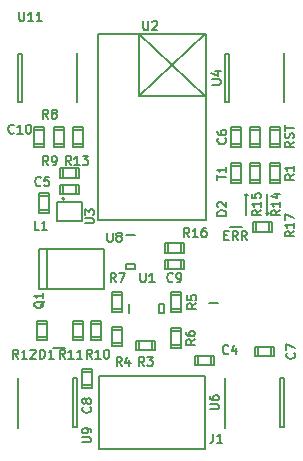
<source format=gto>
G04 #@! TF.FileFunction,Legend,Top*
%FSLAX46Y46*%
G04 Gerber Fmt 4.6, Leading zero omitted, Abs format (unit mm)*
G04 Created by KiCad (PCBNEW 4.0.2-stable) date Monday, July 11, 2016 'AMt' 09:48:24 AM*
%MOMM*%
G01*
G04 APERTURE LIST*
%ADD10C,0.100000*%
%ADD11C,0.190500*%
%ADD12C,0.200000*%
%ADD13C,0.127000*%
%ADD14C,0.150000*%
%ADD15C,0.203200*%
G04 APERTURE END LIST*
D10*
D11*
X94796429Y-67890571D02*
X95050429Y-67890571D01*
X95159286Y-68289714D02*
X94796429Y-68289714D01*
X94796429Y-67527714D01*
X95159286Y-67527714D01*
X95921286Y-68289714D02*
X95667286Y-67926857D01*
X95485858Y-68289714D02*
X95485858Y-67527714D01*
X95776143Y-67527714D01*
X95848715Y-67564000D01*
X95885000Y-67600286D01*
X95921286Y-67672857D01*
X95921286Y-67781714D01*
X95885000Y-67854286D01*
X95848715Y-67890571D01*
X95776143Y-67926857D01*
X95485858Y-67926857D01*
X96683286Y-68289714D02*
X96429286Y-67926857D01*
X96247858Y-68289714D02*
X96247858Y-67527714D01*
X96538143Y-67527714D01*
X96610715Y-67564000D01*
X96647000Y-67600286D01*
X96683286Y-67672857D01*
X96683286Y-67781714D01*
X96647000Y-67854286D01*
X96610715Y-67890571D01*
X96538143Y-67926857D01*
X96247858Y-67926857D01*
D12*
X98552000Y-66040000D02*
X98425000Y-66167000D01*
X98298000Y-66040000D02*
X98552000Y-66040000D01*
X98425000Y-66167000D02*
X98298000Y-66040000D01*
X98425000Y-64389000D02*
X98425000Y-66167000D01*
X96774000Y-64516000D02*
X96647000Y-64389000D01*
X96520000Y-64516000D02*
X96774000Y-64516000D01*
X96647000Y-64389000D02*
X96520000Y-64516000D01*
X96647000Y-66167000D02*
X96647000Y-64389000D01*
D11*
X100674714Y-59962143D02*
X100311857Y-60216143D01*
X100674714Y-60397571D02*
X99912714Y-60397571D01*
X99912714Y-60107286D01*
X99949000Y-60034714D01*
X99985286Y-59998429D01*
X100057857Y-59962143D01*
X100166714Y-59962143D01*
X100239286Y-59998429D01*
X100275571Y-60034714D01*
X100311857Y-60107286D01*
X100311857Y-60397571D01*
X100638429Y-59671857D02*
X100674714Y-59563000D01*
X100674714Y-59381571D01*
X100638429Y-59309000D01*
X100602143Y-59272714D01*
X100529571Y-59236429D01*
X100457000Y-59236429D01*
X100384429Y-59272714D01*
X100348143Y-59309000D01*
X100311857Y-59381571D01*
X100275571Y-59526714D01*
X100239286Y-59599286D01*
X100203000Y-59635571D01*
X100130429Y-59671857D01*
X100057857Y-59671857D01*
X99985286Y-59635571D01*
X99949000Y-59599286D01*
X99912714Y-59526714D01*
X99912714Y-59345286D01*
X99949000Y-59236429D01*
X99912714Y-59018715D02*
X99912714Y-58583286D01*
X100674714Y-58801000D02*
X99912714Y-58801000D01*
D13*
X93649800Y-78892400D02*
X93649800Y-78079600D01*
X92532200Y-78105000D02*
X92532200Y-78892400D01*
X92278200Y-78079600D02*
X93903800Y-78079600D01*
X93903800Y-78079600D02*
X93903800Y-78892400D01*
X93903800Y-78892400D02*
X92278200Y-78892400D01*
X92278200Y-78892400D02*
X92278200Y-78079600D01*
X82219800Y-64414400D02*
X82219800Y-63601600D01*
X81102200Y-63627000D02*
X81102200Y-64414400D01*
X80848200Y-63601600D02*
X82473800Y-63601600D01*
X82473800Y-63601600D02*
X82473800Y-64414400D01*
X82473800Y-64414400D02*
X80848200Y-64414400D01*
X80848200Y-64414400D02*
X80848200Y-63601600D01*
X96164400Y-59004200D02*
X95351600Y-59004200D01*
X95377000Y-60121800D02*
X96164400Y-60121800D01*
X95351600Y-60375800D02*
X95351600Y-58750200D01*
X95351600Y-58750200D02*
X96164400Y-58750200D01*
X96164400Y-58750200D02*
X96164400Y-60375800D01*
X96164400Y-60375800D02*
X95351600Y-60375800D01*
X98729800Y-78130400D02*
X98729800Y-77317600D01*
X97612200Y-77343000D02*
X97612200Y-78130400D01*
X97358200Y-77317600D02*
X98983800Y-77317600D01*
X98983800Y-77317600D02*
X98983800Y-78130400D01*
X98983800Y-78130400D02*
X97358200Y-78130400D01*
X97358200Y-78130400D02*
X97358200Y-77317600D01*
X82778600Y-80568800D02*
X83591400Y-80568800D01*
X83566000Y-79451200D02*
X82778600Y-79451200D01*
X83591400Y-79197200D02*
X83591400Y-80822800D01*
X83591400Y-80822800D02*
X82778600Y-80822800D01*
X82778600Y-80822800D02*
X82778600Y-79197200D01*
X82778600Y-79197200D02*
X83591400Y-79197200D01*
X89992200Y-69951600D02*
X89992200Y-70764400D01*
X91109800Y-70739000D02*
X91109800Y-69951600D01*
X91363800Y-70764400D02*
X89738200Y-70764400D01*
X89738200Y-70764400D02*
X89738200Y-69951600D01*
X89738200Y-69951600D02*
X91363800Y-69951600D01*
X91363800Y-69951600D02*
X91363800Y-70764400D01*
X79527400Y-59004200D02*
X78714600Y-59004200D01*
X78740000Y-60121800D02*
X79527400Y-60121800D01*
X78714600Y-60375800D02*
X78714600Y-58750200D01*
X78714600Y-58750200D02*
X79527400Y-58750200D01*
X79527400Y-58750200D02*
X79527400Y-60375800D01*
X79527400Y-60375800D02*
X78714600Y-60375800D01*
D14*
X80272000Y-77446000D02*
X81272000Y-77446000D01*
D15*
X84146000Y-85666000D02*
X84146000Y-85966000D01*
X93146000Y-85666000D02*
X93146000Y-85966000D01*
X93146000Y-79766000D02*
X84146000Y-79766000D01*
X84146000Y-79766000D02*
X84146000Y-85666000D01*
X84146000Y-85966000D02*
X93146000Y-85966000D01*
X93146000Y-85666000D02*
X93146000Y-79766000D01*
D14*
X94234000Y-73660000D02*
X93472000Y-73660000D01*
D13*
X79095600Y-65709800D02*
X79908400Y-65709800D01*
X79883000Y-64592200D02*
X79095600Y-64592200D01*
X79908400Y-64338200D02*
X79908400Y-65963800D01*
X79908400Y-65963800D02*
X79095600Y-65963800D01*
X79095600Y-65963800D02*
X79095600Y-64338200D01*
X79095600Y-64338200D02*
X79908400Y-64338200D01*
D15*
X79764000Y-69006000D02*
X79064000Y-69006000D01*
X79064000Y-69006000D02*
X79064000Y-72406000D01*
X79064000Y-72406000D02*
X79764000Y-72406000D01*
X79764000Y-69006000D02*
X84564000Y-69006000D01*
X84564000Y-69006000D02*
X84564000Y-72406000D01*
X84564000Y-72406000D02*
X79764000Y-72406000D01*
X79764000Y-72406000D02*
X79764000Y-69006000D01*
D13*
X98653600Y-63169800D02*
X99466400Y-63169800D01*
X99441000Y-62052200D02*
X98653600Y-62052200D01*
X99466400Y-61798200D02*
X99466400Y-63423800D01*
X99466400Y-63423800D02*
X98653600Y-63423800D01*
X98653600Y-63423800D02*
X98653600Y-61798200D01*
X98653600Y-61798200D02*
X99466400Y-61798200D01*
X98653600Y-60121800D02*
X99466400Y-60121800D01*
X99441000Y-59004200D02*
X98653600Y-59004200D01*
X99466400Y-58750200D02*
X99466400Y-60375800D01*
X99466400Y-60375800D02*
X98653600Y-60375800D01*
X98653600Y-60375800D02*
X98653600Y-58750200D01*
X98653600Y-58750200D02*
X99466400Y-58750200D01*
X87579200Y-76809600D02*
X87579200Y-77622400D01*
X88696800Y-77597000D02*
X88696800Y-76809600D01*
X88950800Y-77622400D02*
X87325200Y-77622400D01*
X87325200Y-77622400D02*
X87325200Y-76809600D01*
X87325200Y-76809600D02*
X88950800Y-76809600D01*
X88950800Y-76809600D02*
X88950800Y-77622400D01*
X85318600Y-77012800D02*
X86131400Y-77012800D01*
X86106000Y-75895200D02*
X85318600Y-75895200D01*
X86131400Y-75641200D02*
X86131400Y-77266800D01*
X86131400Y-77266800D02*
X85318600Y-77266800D01*
X85318600Y-77266800D02*
X85318600Y-75641200D01*
X85318600Y-75641200D02*
X86131400Y-75641200D01*
X90271600Y-74091800D02*
X91084400Y-74091800D01*
X91059000Y-72974200D02*
X90271600Y-72974200D01*
X91084400Y-72720200D02*
X91084400Y-74345800D01*
X91084400Y-74345800D02*
X90271600Y-74345800D01*
X90271600Y-74345800D02*
X90271600Y-72720200D01*
X90271600Y-72720200D02*
X91084400Y-72720200D01*
X90271600Y-77139800D02*
X91084400Y-77139800D01*
X91059000Y-76022200D02*
X90271600Y-76022200D01*
X91084400Y-75768200D02*
X91084400Y-77393800D01*
X91084400Y-77393800D02*
X90271600Y-77393800D01*
X90271600Y-77393800D02*
X90271600Y-75768200D01*
X90271600Y-75768200D02*
X91084400Y-75768200D01*
X85318600Y-74091800D02*
X86131400Y-74091800D01*
X86106000Y-72974200D02*
X85318600Y-72974200D01*
X86131400Y-72720200D02*
X86131400Y-74345800D01*
X86131400Y-74345800D02*
X85318600Y-74345800D01*
X85318600Y-74345800D02*
X85318600Y-72720200D01*
X85318600Y-72720200D02*
X86131400Y-72720200D01*
X80365600Y-60121800D02*
X81178400Y-60121800D01*
X81153000Y-59004200D02*
X80365600Y-59004200D01*
X81178400Y-58750200D02*
X81178400Y-60375800D01*
X81178400Y-60375800D02*
X80365600Y-60375800D01*
X80365600Y-60375800D02*
X80365600Y-58750200D01*
X80365600Y-58750200D02*
X81178400Y-58750200D01*
X82219800Y-63017400D02*
X82219800Y-62204600D01*
X81102200Y-62230000D02*
X81102200Y-63017400D01*
X80848200Y-62204600D02*
X82473800Y-62204600D01*
X82473800Y-62204600D02*
X82473800Y-63017400D01*
X82473800Y-63017400D02*
X80848200Y-63017400D01*
X80848200Y-63017400D02*
X80848200Y-62204600D01*
X84353400Y-75387200D02*
X83540600Y-75387200D01*
X83566000Y-76504800D02*
X84353400Y-76504800D01*
X83540600Y-76758800D02*
X83540600Y-75133200D01*
X83540600Y-75133200D02*
X84353400Y-75133200D01*
X84353400Y-75133200D02*
X84353400Y-76758800D01*
X84353400Y-76758800D02*
X83540600Y-76758800D01*
X82016600Y-76504800D02*
X82829400Y-76504800D01*
X82804000Y-75387200D02*
X82016600Y-75387200D01*
X82829400Y-75133200D02*
X82829400Y-76758800D01*
X82829400Y-76758800D02*
X82016600Y-76758800D01*
X82016600Y-76758800D02*
X82016600Y-75133200D01*
X82016600Y-75133200D02*
X82829400Y-75133200D01*
X78968600Y-76504800D02*
X79781400Y-76504800D01*
X79756000Y-75387200D02*
X78968600Y-75387200D01*
X79781400Y-75133200D02*
X79781400Y-76758800D01*
X79781400Y-76758800D02*
X78968600Y-76758800D01*
X78968600Y-76758800D02*
X78968600Y-75133200D01*
X78968600Y-75133200D02*
X79781400Y-75133200D01*
X82016600Y-60121800D02*
X82829400Y-60121800D01*
X82804000Y-59004200D02*
X82016600Y-59004200D01*
X82829400Y-58750200D02*
X82829400Y-60375800D01*
X82829400Y-60375800D02*
X82016600Y-60375800D01*
X82016600Y-60375800D02*
X82016600Y-58750200D01*
X82016600Y-58750200D02*
X82829400Y-58750200D01*
X97002600Y-63169800D02*
X97815400Y-63169800D01*
X97790000Y-62052200D02*
X97002600Y-62052200D01*
X97815400Y-61798200D02*
X97815400Y-63423800D01*
X97815400Y-63423800D02*
X97002600Y-63423800D01*
X97002600Y-63423800D02*
X97002600Y-61798200D01*
X97002600Y-61798200D02*
X97815400Y-61798200D01*
X97815400Y-59004200D02*
X97002600Y-59004200D01*
X97028000Y-60121800D02*
X97815400Y-60121800D01*
X97002600Y-60375800D02*
X97002600Y-58750200D01*
X97002600Y-58750200D02*
X97815400Y-58750200D01*
X97815400Y-58750200D02*
X97815400Y-60375800D01*
X97815400Y-60375800D02*
X97002600Y-60375800D01*
X91109800Y-69367400D02*
X91109800Y-68554600D01*
X89992200Y-68580000D02*
X89992200Y-69367400D01*
X89738200Y-68554600D02*
X91363800Y-68554600D01*
X91363800Y-68554600D02*
X91363800Y-69367400D01*
X91363800Y-69367400D02*
X89738200Y-69367400D01*
X89738200Y-69367400D02*
X89738200Y-68554600D01*
X96164400Y-62052200D02*
X95351600Y-62052200D01*
X95377000Y-63169800D02*
X96164400Y-63169800D01*
X95351600Y-63423800D02*
X95351600Y-61798200D01*
X95351600Y-61798200D02*
X96164400Y-61798200D01*
X96164400Y-61798200D02*
X96164400Y-63423800D01*
X96164400Y-63423800D02*
X95351600Y-63423800D01*
D14*
X86754000Y-74471000D02*
X86754000Y-73671000D01*
X89654000Y-73671000D02*
X89654000Y-74471000D01*
X89654000Y-74471000D02*
X89254000Y-74471000D01*
X89254000Y-74471000D02*
X89254000Y-73671000D01*
X89254000Y-73671000D02*
X89654000Y-73671000D01*
X81253000Y-64805000D02*
G75*
G03X81253000Y-64805000I-100000J0D01*
G01*
X80653000Y-65105000D02*
X82753000Y-65105000D01*
X82753000Y-65105000D02*
X82753000Y-66705000D01*
X82753000Y-66705000D02*
X80653000Y-66705000D01*
X80653000Y-66705000D02*
X80653000Y-65105000D01*
X86438000Y-67831000D02*
X87238000Y-67831000D01*
X87238000Y-70731000D02*
X86438000Y-70731000D01*
X86438000Y-70731000D02*
X86438000Y-70331000D01*
X86438000Y-70331000D02*
X87238000Y-70331000D01*
X87238000Y-70331000D02*
X87238000Y-70731000D01*
X87563000Y-56062000D02*
X93163000Y-50862000D01*
X87563000Y-50862000D02*
X93163000Y-56062000D01*
X87563000Y-50862000D02*
X87563000Y-56062000D01*
X87563000Y-56062000D02*
X93163000Y-56062000D01*
X84063000Y-50862000D02*
X84063000Y-66612000D01*
X84063000Y-66612000D02*
X93213000Y-66612000D01*
X93213000Y-66612000D02*
X93213000Y-50862000D01*
X93213000Y-50862000D02*
X84063000Y-50862000D01*
X94858000Y-56642000D02*
X95158000Y-56642000D01*
X95158000Y-56642000D02*
X95158000Y-52542000D01*
X95158000Y-52542000D02*
X94858000Y-52542000D01*
X99858000Y-56642000D02*
X99858000Y-52442000D01*
X94858000Y-56642000D02*
X94858000Y-52542000D01*
X99833000Y-80010000D02*
X99533000Y-80010000D01*
X99533000Y-80010000D02*
X99533000Y-84110000D01*
X99533000Y-84110000D02*
X99833000Y-84110000D01*
X94833000Y-80010000D02*
X94833000Y-84210000D01*
X99833000Y-80010000D02*
X99833000Y-84110000D01*
X82307000Y-80010000D02*
X82007000Y-80010000D01*
X82007000Y-80010000D02*
X82007000Y-84110000D01*
X82007000Y-84110000D02*
X82307000Y-84110000D01*
X77307000Y-80010000D02*
X77307000Y-84210000D01*
X82307000Y-80010000D02*
X82307000Y-84110000D01*
X77332000Y-56642000D02*
X77632000Y-56642000D01*
X77632000Y-56642000D02*
X77632000Y-52542000D01*
X77632000Y-52542000D02*
X77332000Y-52542000D01*
X82332000Y-56642000D02*
X82332000Y-52442000D01*
X77332000Y-56642000D02*
X77332000Y-52542000D01*
X95258000Y-67159000D02*
X96258000Y-67159000D01*
D13*
X97485200Y-66776600D02*
X97485200Y-67589400D01*
X98602800Y-67564000D02*
X98602800Y-66776600D01*
X98856800Y-67589400D02*
X97231200Y-67589400D01*
X97231200Y-67589400D02*
X97231200Y-66776600D01*
X97231200Y-66776600D02*
X98856800Y-66776600D01*
X98856800Y-66776600D02*
X98856800Y-67589400D01*
D11*
X95123000Y-77869143D02*
X95086714Y-77905429D01*
X94977857Y-77941714D01*
X94905286Y-77941714D01*
X94796429Y-77905429D01*
X94723857Y-77832857D01*
X94687572Y-77760286D01*
X94651286Y-77615143D01*
X94651286Y-77506286D01*
X94687572Y-77361143D01*
X94723857Y-77288571D01*
X94796429Y-77216000D01*
X94905286Y-77179714D01*
X94977857Y-77179714D01*
X95086714Y-77216000D01*
X95123000Y-77252286D01*
X95776143Y-77433714D02*
X95776143Y-77941714D01*
X95594714Y-77143429D02*
X95413286Y-77687714D01*
X95885000Y-77687714D01*
X79248000Y-63645143D02*
X79211714Y-63681429D01*
X79102857Y-63717714D01*
X79030286Y-63717714D01*
X78921429Y-63681429D01*
X78848857Y-63608857D01*
X78812572Y-63536286D01*
X78776286Y-63391143D01*
X78776286Y-63282286D01*
X78812572Y-63137143D01*
X78848857Y-63064571D01*
X78921429Y-62992000D01*
X79030286Y-62955714D01*
X79102857Y-62955714D01*
X79211714Y-62992000D01*
X79248000Y-63028286D01*
X79937429Y-62955714D02*
X79574572Y-62955714D01*
X79538286Y-63318571D01*
X79574572Y-63282286D01*
X79647143Y-63246000D01*
X79828572Y-63246000D01*
X79901143Y-63282286D01*
X79937429Y-63318571D01*
X79973714Y-63391143D01*
X79973714Y-63572571D01*
X79937429Y-63645143D01*
X79901143Y-63681429D01*
X79828572Y-63717714D01*
X79647143Y-63717714D01*
X79574572Y-63681429D01*
X79538286Y-63645143D01*
X94887143Y-59690000D02*
X94923429Y-59726286D01*
X94959714Y-59835143D01*
X94959714Y-59907714D01*
X94923429Y-60016571D01*
X94850857Y-60089143D01*
X94778286Y-60125428D01*
X94633143Y-60161714D01*
X94524286Y-60161714D01*
X94379143Y-60125428D01*
X94306571Y-60089143D01*
X94234000Y-60016571D01*
X94197714Y-59907714D01*
X94197714Y-59835143D01*
X94234000Y-59726286D01*
X94270286Y-59690000D01*
X94197714Y-59036857D02*
X94197714Y-59182000D01*
X94234000Y-59254571D01*
X94270286Y-59290857D01*
X94379143Y-59363428D01*
X94524286Y-59399714D01*
X94814571Y-59399714D01*
X94887143Y-59363428D01*
X94923429Y-59327143D01*
X94959714Y-59254571D01*
X94959714Y-59109428D01*
X94923429Y-59036857D01*
X94887143Y-59000571D01*
X94814571Y-58964286D01*
X94633143Y-58964286D01*
X94560571Y-59000571D01*
X94524286Y-59036857D01*
X94488000Y-59109428D01*
X94488000Y-59254571D01*
X94524286Y-59327143D01*
X94560571Y-59363428D01*
X94633143Y-59399714D01*
X100729143Y-77851000D02*
X100765429Y-77887286D01*
X100801714Y-77996143D01*
X100801714Y-78068714D01*
X100765429Y-78177571D01*
X100692857Y-78250143D01*
X100620286Y-78286428D01*
X100475143Y-78322714D01*
X100366286Y-78322714D01*
X100221143Y-78286428D01*
X100148571Y-78250143D01*
X100076000Y-78177571D01*
X100039714Y-78068714D01*
X100039714Y-77996143D01*
X100076000Y-77887286D01*
X100112286Y-77851000D01*
X100039714Y-77597000D02*
X100039714Y-77089000D01*
X100801714Y-77415571D01*
X83457143Y-82423000D02*
X83493429Y-82459286D01*
X83529714Y-82568143D01*
X83529714Y-82640714D01*
X83493429Y-82749571D01*
X83420857Y-82822143D01*
X83348286Y-82858428D01*
X83203143Y-82894714D01*
X83094286Y-82894714D01*
X82949143Y-82858428D01*
X82876571Y-82822143D01*
X82804000Y-82749571D01*
X82767714Y-82640714D01*
X82767714Y-82568143D01*
X82804000Y-82459286D01*
X82840286Y-82423000D01*
X83094286Y-81987571D02*
X83058000Y-82060143D01*
X83021714Y-82096428D01*
X82949143Y-82132714D01*
X82912857Y-82132714D01*
X82840286Y-82096428D01*
X82804000Y-82060143D01*
X82767714Y-81987571D01*
X82767714Y-81842428D01*
X82804000Y-81769857D01*
X82840286Y-81733571D01*
X82912857Y-81697286D01*
X82949143Y-81697286D01*
X83021714Y-81733571D01*
X83058000Y-81769857D01*
X83094286Y-81842428D01*
X83094286Y-81987571D01*
X83130571Y-82060143D01*
X83166857Y-82096428D01*
X83239429Y-82132714D01*
X83384571Y-82132714D01*
X83457143Y-82096428D01*
X83493429Y-82060143D01*
X83529714Y-81987571D01*
X83529714Y-81842428D01*
X83493429Y-81769857D01*
X83457143Y-81733571D01*
X83384571Y-81697286D01*
X83239429Y-81697286D01*
X83166857Y-81733571D01*
X83130571Y-81769857D01*
X83094286Y-81842428D01*
X90424000Y-71773143D02*
X90387714Y-71809429D01*
X90278857Y-71845714D01*
X90206286Y-71845714D01*
X90097429Y-71809429D01*
X90024857Y-71736857D01*
X89988572Y-71664286D01*
X89952286Y-71519143D01*
X89952286Y-71410286D01*
X89988572Y-71265143D01*
X90024857Y-71192571D01*
X90097429Y-71120000D01*
X90206286Y-71083714D01*
X90278857Y-71083714D01*
X90387714Y-71120000D01*
X90424000Y-71156286D01*
X90786857Y-71845714D02*
X90932000Y-71845714D01*
X91004572Y-71809429D01*
X91040857Y-71773143D01*
X91113429Y-71664286D01*
X91149714Y-71519143D01*
X91149714Y-71228857D01*
X91113429Y-71156286D01*
X91077143Y-71120000D01*
X91004572Y-71083714D01*
X90859429Y-71083714D01*
X90786857Y-71120000D01*
X90750572Y-71156286D01*
X90714286Y-71228857D01*
X90714286Y-71410286D01*
X90750572Y-71482857D01*
X90786857Y-71519143D01*
X90859429Y-71555429D01*
X91004572Y-71555429D01*
X91077143Y-71519143D01*
X91113429Y-71482857D01*
X91149714Y-71410286D01*
X76980143Y-59200143D02*
X76943857Y-59236429D01*
X76835000Y-59272714D01*
X76762429Y-59272714D01*
X76653572Y-59236429D01*
X76581000Y-59163857D01*
X76544715Y-59091286D01*
X76508429Y-58946143D01*
X76508429Y-58837286D01*
X76544715Y-58692143D01*
X76581000Y-58619571D01*
X76653572Y-58547000D01*
X76762429Y-58510714D01*
X76835000Y-58510714D01*
X76943857Y-58547000D01*
X76980143Y-58583286D01*
X77705857Y-59272714D02*
X77270429Y-59272714D01*
X77488143Y-59272714D02*
X77488143Y-58510714D01*
X77415572Y-58619571D01*
X77343000Y-58692143D01*
X77270429Y-58728429D01*
X78177571Y-58510714D02*
X78250143Y-58510714D01*
X78322714Y-58547000D01*
X78359000Y-58583286D01*
X78395286Y-58655857D01*
X78431571Y-58801000D01*
X78431571Y-58982429D01*
X78395286Y-59127571D01*
X78359000Y-59200143D01*
X78322714Y-59236429D01*
X78250143Y-59272714D01*
X78177571Y-59272714D01*
X78105000Y-59236429D01*
X78068714Y-59200143D01*
X78032429Y-59127571D01*
X77996143Y-58982429D01*
X77996143Y-58801000D01*
X78032429Y-58655857D01*
X78068714Y-58583286D01*
X78105000Y-58547000D01*
X78177571Y-58510714D01*
X79193572Y-78322714D02*
X79193572Y-77560714D01*
X79375000Y-77560714D01*
X79483857Y-77597000D01*
X79556429Y-77669571D01*
X79592714Y-77742143D01*
X79629000Y-77887286D01*
X79629000Y-77996143D01*
X79592714Y-78141286D01*
X79556429Y-78213857D01*
X79483857Y-78286429D01*
X79375000Y-78322714D01*
X79193572Y-78322714D01*
X80354714Y-78322714D02*
X79919286Y-78322714D01*
X80137000Y-78322714D02*
X80137000Y-77560714D01*
X80064429Y-77669571D01*
X79991857Y-77742143D01*
X79919286Y-77778429D01*
X93853001Y-84672714D02*
X93853001Y-85217000D01*
X93816715Y-85325857D01*
X93744144Y-85398429D01*
X93635287Y-85434714D01*
X93562715Y-85434714D01*
X94615000Y-85434714D02*
X94179572Y-85434714D01*
X94397286Y-85434714D02*
X94397286Y-84672714D01*
X94324715Y-84781571D01*
X94252143Y-84854143D01*
X94179572Y-84890429D01*
X79121001Y-67400714D02*
X78758144Y-67400714D01*
X78758144Y-66638714D01*
X79774143Y-67400714D02*
X79338715Y-67400714D01*
X79556429Y-67400714D02*
X79556429Y-66638714D01*
X79483858Y-66747571D01*
X79411286Y-66820143D01*
X79338715Y-66856429D01*
X79538286Y-73478571D02*
X79502000Y-73551143D01*
X79429429Y-73623714D01*
X79320571Y-73732571D01*
X79284286Y-73805143D01*
X79284286Y-73877714D01*
X79465714Y-73841429D02*
X79429429Y-73914000D01*
X79356857Y-73986571D01*
X79211714Y-74022857D01*
X78957714Y-74022857D01*
X78812571Y-73986571D01*
X78740000Y-73914000D01*
X78703714Y-73841429D01*
X78703714Y-73696286D01*
X78740000Y-73623714D01*
X78812571Y-73551143D01*
X78957714Y-73514857D01*
X79211714Y-73514857D01*
X79356857Y-73551143D01*
X79429429Y-73623714D01*
X79465714Y-73696286D01*
X79465714Y-73841429D01*
X79465714Y-72789143D02*
X79465714Y-73224571D01*
X79465714Y-73006857D02*
X78703714Y-73006857D01*
X78812571Y-73079428D01*
X78885143Y-73152000D01*
X78921429Y-73224571D01*
X100674714Y-62738000D02*
X100311857Y-62992000D01*
X100674714Y-63173428D02*
X99912714Y-63173428D01*
X99912714Y-62883143D01*
X99949000Y-62810571D01*
X99985286Y-62774286D01*
X100057857Y-62738000D01*
X100166714Y-62738000D01*
X100239286Y-62774286D01*
X100275571Y-62810571D01*
X100311857Y-62883143D01*
X100311857Y-63173428D01*
X100674714Y-62012286D02*
X100674714Y-62447714D01*
X100674714Y-62230000D02*
X99912714Y-62230000D01*
X100021571Y-62302571D01*
X100094143Y-62375143D01*
X100130429Y-62447714D01*
X88011000Y-78957714D02*
X87757000Y-78594857D01*
X87575572Y-78957714D02*
X87575572Y-78195714D01*
X87865857Y-78195714D01*
X87938429Y-78232000D01*
X87974714Y-78268286D01*
X88011000Y-78340857D01*
X88011000Y-78449714D01*
X87974714Y-78522286D01*
X87938429Y-78558571D01*
X87865857Y-78594857D01*
X87575572Y-78594857D01*
X88265000Y-78195714D02*
X88736714Y-78195714D01*
X88482714Y-78486000D01*
X88591572Y-78486000D01*
X88664143Y-78522286D01*
X88700429Y-78558571D01*
X88736714Y-78631143D01*
X88736714Y-78812571D01*
X88700429Y-78885143D01*
X88664143Y-78921429D01*
X88591572Y-78957714D01*
X88373857Y-78957714D01*
X88301286Y-78921429D01*
X88265000Y-78885143D01*
X86106000Y-78957714D02*
X85852000Y-78594857D01*
X85670572Y-78957714D02*
X85670572Y-78195714D01*
X85960857Y-78195714D01*
X86033429Y-78232000D01*
X86069714Y-78268286D01*
X86106000Y-78340857D01*
X86106000Y-78449714D01*
X86069714Y-78522286D01*
X86033429Y-78558571D01*
X85960857Y-78594857D01*
X85670572Y-78594857D01*
X86759143Y-78449714D02*
X86759143Y-78957714D01*
X86577714Y-78159429D02*
X86396286Y-78703714D01*
X86868000Y-78703714D01*
X92419714Y-73660000D02*
X92056857Y-73914000D01*
X92419714Y-74095428D02*
X91657714Y-74095428D01*
X91657714Y-73805143D01*
X91694000Y-73732571D01*
X91730286Y-73696286D01*
X91802857Y-73660000D01*
X91911714Y-73660000D01*
X91984286Y-73696286D01*
X92020571Y-73732571D01*
X92056857Y-73805143D01*
X92056857Y-74095428D01*
X91657714Y-72970571D02*
X91657714Y-73333428D01*
X92020571Y-73369714D01*
X91984286Y-73333428D01*
X91948000Y-73260857D01*
X91948000Y-73079428D01*
X91984286Y-73006857D01*
X92020571Y-72970571D01*
X92093143Y-72934286D01*
X92274571Y-72934286D01*
X92347143Y-72970571D01*
X92383429Y-73006857D01*
X92419714Y-73079428D01*
X92419714Y-73260857D01*
X92383429Y-73333428D01*
X92347143Y-73369714D01*
X92292714Y-76708000D02*
X91929857Y-76962000D01*
X92292714Y-77143428D02*
X91530714Y-77143428D01*
X91530714Y-76853143D01*
X91567000Y-76780571D01*
X91603286Y-76744286D01*
X91675857Y-76708000D01*
X91784714Y-76708000D01*
X91857286Y-76744286D01*
X91893571Y-76780571D01*
X91929857Y-76853143D01*
X91929857Y-77143428D01*
X91530714Y-76054857D02*
X91530714Y-76200000D01*
X91567000Y-76272571D01*
X91603286Y-76308857D01*
X91712143Y-76381428D01*
X91857286Y-76417714D01*
X92147571Y-76417714D01*
X92220143Y-76381428D01*
X92256429Y-76345143D01*
X92292714Y-76272571D01*
X92292714Y-76127428D01*
X92256429Y-76054857D01*
X92220143Y-76018571D01*
X92147571Y-75982286D01*
X91966143Y-75982286D01*
X91893571Y-76018571D01*
X91857286Y-76054857D01*
X91821000Y-76127428D01*
X91821000Y-76272571D01*
X91857286Y-76345143D01*
X91893571Y-76381428D01*
X91966143Y-76417714D01*
X85598000Y-71845714D02*
X85344000Y-71482857D01*
X85162572Y-71845714D02*
X85162572Y-71083714D01*
X85452857Y-71083714D01*
X85525429Y-71120000D01*
X85561714Y-71156286D01*
X85598000Y-71228857D01*
X85598000Y-71337714D01*
X85561714Y-71410286D01*
X85525429Y-71446571D01*
X85452857Y-71482857D01*
X85162572Y-71482857D01*
X85852000Y-71083714D02*
X86360000Y-71083714D01*
X86033429Y-71845714D01*
X79883000Y-58002714D02*
X79629000Y-57639857D01*
X79447572Y-58002714D02*
X79447572Y-57240714D01*
X79737857Y-57240714D01*
X79810429Y-57277000D01*
X79846714Y-57313286D01*
X79883000Y-57385857D01*
X79883000Y-57494714D01*
X79846714Y-57567286D01*
X79810429Y-57603571D01*
X79737857Y-57639857D01*
X79447572Y-57639857D01*
X80318429Y-57567286D02*
X80245857Y-57531000D01*
X80209572Y-57494714D01*
X80173286Y-57422143D01*
X80173286Y-57385857D01*
X80209572Y-57313286D01*
X80245857Y-57277000D01*
X80318429Y-57240714D01*
X80463572Y-57240714D01*
X80536143Y-57277000D01*
X80572429Y-57313286D01*
X80608714Y-57385857D01*
X80608714Y-57422143D01*
X80572429Y-57494714D01*
X80536143Y-57531000D01*
X80463572Y-57567286D01*
X80318429Y-57567286D01*
X80245857Y-57603571D01*
X80209572Y-57639857D01*
X80173286Y-57712429D01*
X80173286Y-57857571D01*
X80209572Y-57930143D01*
X80245857Y-57966429D01*
X80318429Y-58002714D01*
X80463572Y-58002714D01*
X80536143Y-57966429D01*
X80572429Y-57930143D01*
X80608714Y-57857571D01*
X80608714Y-57712429D01*
X80572429Y-57639857D01*
X80536143Y-57603571D01*
X80463572Y-57567286D01*
X79883000Y-61939714D02*
X79629000Y-61576857D01*
X79447572Y-61939714D02*
X79447572Y-61177714D01*
X79737857Y-61177714D01*
X79810429Y-61214000D01*
X79846714Y-61250286D01*
X79883000Y-61322857D01*
X79883000Y-61431714D01*
X79846714Y-61504286D01*
X79810429Y-61540571D01*
X79737857Y-61576857D01*
X79447572Y-61576857D01*
X80245857Y-61939714D02*
X80391000Y-61939714D01*
X80463572Y-61903429D01*
X80499857Y-61867143D01*
X80572429Y-61758286D01*
X80608714Y-61613143D01*
X80608714Y-61322857D01*
X80572429Y-61250286D01*
X80536143Y-61214000D01*
X80463572Y-61177714D01*
X80318429Y-61177714D01*
X80245857Y-61214000D01*
X80209572Y-61250286D01*
X80173286Y-61322857D01*
X80173286Y-61504286D01*
X80209572Y-61576857D01*
X80245857Y-61613143D01*
X80318429Y-61649429D01*
X80463572Y-61649429D01*
X80536143Y-61613143D01*
X80572429Y-61576857D01*
X80608714Y-61504286D01*
X83584143Y-78322714D02*
X83330143Y-77959857D01*
X83148715Y-78322714D02*
X83148715Y-77560714D01*
X83439000Y-77560714D01*
X83511572Y-77597000D01*
X83547857Y-77633286D01*
X83584143Y-77705857D01*
X83584143Y-77814714D01*
X83547857Y-77887286D01*
X83511572Y-77923571D01*
X83439000Y-77959857D01*
X83148715Y-77959857D01*
X84309857Y-78322714D02*
X83874429Y-78322714D01*
X84092143Y-78322714D02*
X84092143Y-77560714D01*
X84019572Y-77669571D01*
X83947000Y-77742143D01*
X83874429Y-77778429D01*
X84781571Y-77560714D02*
X84854143Y-77560714D01*
X84926714Y-77597000D01*
X84963000Y-77633286D01*
X84999286Y-77705857D01*
X85035571Y-77851000D01*
X85035571Y-78032429D01*
X84999286Y-78177571D01*
X84963000Y-78250143D01*
X84926714Y-78286429D01*
X84854143Y-78322714D01*
X84781571Y-78322714D01*
X84709000Y-78286429D01*
X84672714Y-78250143D01*
X84636429Y-78177571D01*
X84600143Y-78032429D01*
X84600143Y-77851000D01*
X84636429Y-77705857D01*
X84672714Y-77633286D01*
X84709000Y-77597000D01*
X84781571Y-77560714D01*
X81298143Y-78322714D02*
X81044143Y-77959857D01*
X80862715Y-78322714D02*
X80862715Y-77560714D01*
X81153000Y-77560714D01*
X81225572Y-77597000D01*
X81261857Y-77633286D01*
X81298143Y-77705857D01*
X81298143Y-77814714D01*
X81261857Y-77887286D01*
X81225572Y-77923571D01*
X81153000Y-77959857D01*
X80862715Y-77959857D01*
X82023857Y-78322714D02*
X81588429Y-78322714D01*
X81806143Y-78322714D02*
X81806143Y-77560714D01*
X81733572Y-77669571D01*
X81661000Y-77742143D01*
X81588429Y-77778429D01*
X82749571Y-78322714D02*
X82314143Y-78322714D01*
X82531857Y-78322714D02*
X82531857Y-77560714D01*
X82459286Y-77669571D01*
X82386714Y-77742143D01*
X82314143Y-77778429D01*
X77361143Y-78322714D02*
X77107143Y-77959857D01*
X76925715Y-78322714D02*
X76925715Y-77560714D01*
X77216000Y-77560714D01*
X77288572Y-77597000D01*
X77324857Y-77633286D01*
X77361143Y-77705857D01*
X77361143Y-77814714D01*
X77324857Y-77887286D01*
X77288572Y-77923571D01*
X77216000Y-77959857D01*
X76925715Y-77959857D01*
X78086857Y-78322714D02*
X77651429Y-78322714D01*
X77869143Y-78322714D02*
X77869143Y-77560714D01*
X77796572Y-77669571D01*
X77724000Y-77742143D01*
X77651429Y-77778429D01*
X78377143Y-77633286D02*
X78413429Y-77597000D01*
X78486000Y-77560714D01*
X78667429Y-77560714D01*
X78740000Y-77597000D01*
X78776286Y-77633286D01*
X78812571Y-77705857D01*
X78812571Y-77778429D01*
X78776286Y-77887286D01*
X78340857Y-78322714D01*
X78812571Y-78322714D01*
X81806143Y-61939714D02*
X81552143Y-61576857D01*
X81370715Y-61939714D02*
X81370715Y-61177714D01*
X81661000Y-61177714D01*
X81733572Y-61214000D01*
X81769857Y-61250286D01*
X81806143Y-61322857D01*
X81806143Y-61431714D01*
X81769857Y-61504286D01*
X81733572Y-61540571D01*
X81661000Y-61576857D01*
X81370715Y-61576857D01*
X82531857Y-61939714D02*
X82096429Y-61939714D01*
X82314143Y-61939714D02*
X82314143Y-61177714D01*
X82241572Y-61286571D01*
X82169000Y-61359143D01*
X82096429Y-61395429D01*
X82785857Y-61177714D02*
X83257571Y-61177714D01*
X83003571Y-61468000D01*
X83112429Y-61468000D01*
X83185000Y-61504286D01*
X83221286Y-61540571D01*
X83257571Y-61613143D01*
X83257571Y-61794571D01*
X83221286Y-61867143D01*
X83185000Y-61903429D01*
X83112429Y-61939714D01*
X82894714Y-61939714D01*
X82822143Y-61903429D01*
X82785857Y-61867143D01*
X99531714Y-65767857D02*
X99168857Y-66021857D01*
X99531714Y-66203285D02*
X98769714Y-66203285D01*
X98769714Y-65913000D01*
X98806000Y-65840428D01*
X98842286Y-65804143D01*
X98914857Y-65767857D01*
X99023714Y-65767857D01*
X99096286Y-65804143D01*
X99132571Y-65840428D01*
X99168857Y-65913000D01*
X99168857Y-66203285D01*
X99531714Y-65042143D02*
X99531714Y-65477571D01*
X99531714Y-65259857D02*
X98769714Y-65259857D01*
X98878571Y-65332428D01*
X98951143Y-65405000D01*
X98987429Y-65477571D01*
X99023714Y-64389000D02*
X99531714Y-64389000D01*
X98733429Y-64570429D02*
X99277714Y-64751857D01*
X99277714Y-64280143D01*
X97880714Y-65767857D02*
X97517857Y-66021857D01*
X97880714Y-66203285D02*
X97118714Y-66203285D01*
X97118714Y-65913000D01*
X97155000Y-65840428D01*
X97191286Y-65804143D01*
X97263857Y-65767857D01*
X97372714Y-65767857D01*
X97445286Y-65804143D01*
X97481571Y-65840428D01*
X97517857Y-65913000D01*
X97517857Y-66203285D01*
X97880714Y-65042143D02*
X97880714Y-65477571D01*
X97880714Y-65259857D02*
X97118714Y-65259857D01*
X97227571Y-65332428D01*
X97300143Y-65405000D01*
X97336429Y-65477571D01*
X97118714Y-64352714D02*
X97118714Y-64715571D01*
X97481571Y-64751857D01*
X97445286Y-64715571D01*
X97409000Y-64643000D01*
X97409000Y-64461571D01*
X97445286Y-64389000D01*
X97481571Y-64352714D01*
X97554143Y-64316429D01*
X97735571Y-64316429D01*
X97808143Y-64352714D01*
X97844429Y-64389000D01*
X97880714Y-64461571D01*
X97880714Y-64643000D01*
X97844429Y-64715571D01*
X97808143Y-64751857D01*
X91839143Y-68035714D02*
X91585143Y-67672857D01*
X91403715Y-68035714D02*
X91403715Y-67273714D01*
X91694000Y-67273714D01*
X91766572Y-67310000D01*
X91802857Y-67346286D01*
X91839143Y-67418857D01*
X91839143Y-67527714D01*
X91802857Y-67600286D01*
X91766572Y-67636571D01*
X91694000Y-67672857D01*
X91403715Y-67672857D01*
X92564857Y-68035714D02*
X92129429Y-68035714D01*
X92347143Y-68035714D02*
X92347143Y-67273714D01*
X92274572Y-67382571D01*
X92202000Y-67455143D01*
X92129429Y-67491429D01*
X93218000Y-67273714D02*
X93072857Y-67273714D01*
X93000286Y-67310000D01*
X92964000Y-67346286D01*
X92891429Y-67455143D01*
X92855143Y-67600286D01*
X92855143Y-67890571D01*
X92891429Y-67963143D01*
X92927714Y-67999429D01*
X93000286Y-68035714D01*
X93145429Y-68035714D01*
X93218000Y-67999429D01*
X93254286Y-67963143D01*
X93290571Y-67890571D01*
X93290571Y-67709143D01*
X93254286Y-67636571D01*
X93218000Y-67600286D01*
X93145429Y-67564000D01*
X93000286Y-67564000D01*
X92927714Y-67600286D01*
X92891429Y-67636571D01*
X92855143Y-67709143D01*
X94197714Y-63191571D02*
X94197714Y-62756142D01*
X94959714Y-62973856D02*
X94197714Y-62973856D01*
X94959714Y-62103000D02*
X94959714Y-62538428D01*
X94959714Y-62320714D02*
X94197714Y-62320714D01*
X94306571Y-62393285D01*
X94379143Y-62465857D01*
X94415429Y-62538428D01*
X87684429Y-71083714D02*
X87684429Y-71700571D01*
X87720714Y-71773143D01*
X87757000Y-71809429D01*
X87829571Y-71845714D01*
X87974714Y-71845714D01*
X88047286Y-71809429D01*
X88083571Y-71773143D01*
X88119857Y-71700571D01*
X88119857Y-71083714D01*
X88881857Y-71845714D02*
X88446429Y-71845714D01*
X88664143Y-71845714D02*
X88664143Y-71083714D01*
X88591572Y-71192571D01*
X88519000Y-71265143D01*
X88446429Y-71301429D01*
X83021714Y-66874571D02*
X83638571Y-66874571D01*
X83711143Y-66838286D01*
X83747429Y-66802000D01*
X83783714Y-66729429D01*
X83783714Y-66584286D01*
X83747429Y-66511714D01*
X83711143Y-66475429D01*
X83638571Y-66439143D01*
X83021714Y-66439143D01*
X83021714Y-66148857D02*
X83021714Y-65677143D01*
X83312000Y-65931143D01*
X83312000Y-65822285D01*
X83348286Y-65749714D01*
X83384571Y-65713428D01*
X83457143Y-65677143D01*
X83638571Y-65677143D01*
X83711143Y-65713428D01*
X83747429Y-65749714D01*
X83783714Y-65822285D01*
X83783714Y-66040000D01*
X83747429Y-66112571D01*
X83711143Y-66148857D01*
D14*
X84890429Y-67654714D02*
X84890429Y-68271571D01*
X84926714Y-68344143D01*
X84963000Y-68380429D01*
X85035571Y-68416714D01*
X85180714Y-68416714D01*
X85253286Y-68380429D01*
X85289571Y-68344143D01*
X85325857Y-68271571D01*
X85325857Y-67654714D01*
X85797572Y-67981286D02*
X85725000Y-67945000D01*
X85688715Y-67908714D01*
X85652429Y-67836143D01*
X85652429Y-67799857D01*
X85688715Y-67727286D01*
X85725000Y-67691000D01*
X85797572Y-67654714D01*
X85942715Y-67654714D01*
X86015286Y-67691000D01*
X86051572Y-67727286D01*
X86087857Y-67799857D01*
X86087857Y-67836143D01*
X86051572Y-67908714D01*
X86015286Y-67945000D01*
X85942715Y-67981286D01*
X85797572Y-67981286D01*
X85725000Y-68017571D01*
X85688715Y-68053857D01*
X85652429Y-68126429D01*
X85652429Y-68271571D01*
X85688715Y-68344143D01*
X85725000Y-68380429D01*
X85797572Y-68416714D01*
X85942715Y-68416714D01*
X86015286Y-68380429D01*
X86051572Y-68344143D01*
X86087857Y-68271571D01*
X86087857Y-68126429D01*
X86051572Y-68053857D01*
X86015286Y-68017571D01*
X85942715Y-67981286D01*
D11*
X87932429Y-49744714D02*
X87932429Y-50361571D01*
X87968714Y-50434143D01*
X88005000Y-50470429D01*
X88077571Y-50506714D01*
X88222714Y-50506714D01*
X88295286Y-50470429D01*
X88331571Y-50434143D01*
X88367857Y-50361571D01*
X88367857Y-49744714D01*
X88694429Y-49817286D02*
X88730715Y-49781000D01*
X88803286Y-49744714D01*
X88984715Y-49744714D01*
X89057286Y-49781000D01*
X89093572Y-49817286D01*
X89129857Y-49889857D01*
X89129857Y-49962429D01*
X89093572Y-50071286D01*
X88658143Y-50506714D01*
X89129857Y-50506714D01*
X93740714Y-55122571D02*
X94357571Y-55122571D01*
X94430143Y-55086286D01*
X94466429Y-55050000D01*
X94502714Y-54977429D01*
X94502714Y-54832286D01*
X94466429Y-54759714D01*
X94430143Y-54723429D01*
X94357571Y-54687143D01*
X93740714Y-54687143D01*
X93994714Y-53997714D02*
X94502714Y-53997714D01*
X93704429Y-54179143D02*
X94248714Y-54360571D01*
X94248714Y-53888857D01*
X93562714Y-82622571D02*
X94179571Y-82622571D01*
X94252143Y-82586286D01*
X94288429Y-82550000D01*
X94324714Y-82477429D01*
X94324714Y-82332286D01*
X94288429Y-82259714D01*
X94252143Y-82223429D01*
X94179571Y-82187143D01*
X93562714Y-82187143D01*
X93562714Y-81497714D02*
X93562714Y-81642857D01*
X93599000Y-81715428D01*
X93635286Y-81751714D01*
X93744143Y-81824285D01*
X93889286Y-81860571D01*
X94179571Y-81860571D01*
X94252143Y-81824285D01*
X94288429Y-81788000D01*
X94324714Y-81715428D01*
X94324714Y-81570285D01*
X94288429Y-81497714D01*
X94252143Y-81461428D01*
X94179571Y-81425143D01*
X93998143Y-81425143D01*
X93925571Y-81461428D01*
X93889286Y-81497714D01*
X93853000Y-81570285D01*
X93853000Y-81715428D01*
X93889286Y-81788000D01*
X93925571Y-81824285D01*
X93998143Y-81860571D01*
X82767714Y-85416571D02*
X83384571Y-85416571D01*
X83457143Y-85380286D01*
X83493429Y-85344000D01*
X83529714Y-85271429D01*
X83529714Y-85126286D01*
X83493429Y-85053714D01*
X83457143Y-85017429D01*
X83384571Y-84981143D01*
X82767714Y-84981143D01*
X83529714Y-84582000D02*
X83529714Y-84436857D01*
X83493429Y-84364285D01*
X83457143Y-84328000D01*
X83348286Y-84255428D01*
X83203143Y-84219143D01*
X82912857Y-84219143D01*
X82840286Y-84255428D01*
X82804000Y-84291714D01*
X82767714Y-84364285D01*
X82767714Y-84509428D01*
X82804000Y-84582000D01*
X82840286Y-84618285D01*
X82912857Y-84654571D01*
X83094286Y-84654571D01*
X83166857Y-84618285D01*
X83203143Y-84582000D01*
X83239429Y-84509428D01*
X83239429Y-84364285D01*
X83203143Y-84291714D01*
X83166857Y-84255428D01*
X83094286Y-84219143D01*
X77415572Y-48985714D02*
X77415572Y-49602571D01*
X77451857Y-49675143D01*
X77488143Y-49711429D01*
X77560714Y-49747714D01*
X77705857Y-49747714D01*
X77778429Y-49711429D01*
X77814714Y-49675143D01*
X77851000Y-49602571D01*
X77851000Y-48985714D01*
X78613000Y-49747714D02*
X78177572Y-49747714D01*
X78395286Y-49747714D02*
X78395286Y-48985714D01*
X78322715Y-49094571D01*
X78250143Y-49167143D01*
X78177572Y-49203429D01*
X79338714Y-49747714D02*
X78903286Y-49747714D01*
X79121000Y-49747714D02*
X79121000Y-48985714D01*
X79048429Y-49094571D01*
X78975857Y-49167143D01*
X78903286Y-49203429D01*
X94959714Y-66221428D02*
X94197714Y-66221428D01*
X94197714Y-66040000D01*
X94234000Y-65931143D01*
X94306571Y-65858571D01*
X94379143Y-65822286D01*
X94524286Y-65786000D01*
X94633143Y-65786000D01*
X94778286Y-65822286D01*
X94850857Y-65858571D01*
X94923429Y-65931143D01*
X94959714Y-66040000D01*
X94959714Y-66221428D01*
X94270286Y-65495714D02*
X94234000Y-65459428D01*
X94197714Y-65386857D01*
X94197714Y-65205428D01*
X94234000Y-65132857D01*
X94270286Y-65096571D01*
X94342857Y-65060286D01*
X94415429Y-65060286D01*
X94524286Y-65096571D01*
X94959714Y-65532000D01*
X94959714Y-65060286D01*
X100674714Y-67545857D02*
X100311857Y-67799857D01*
X100674714Y-67981285D02*
X99912714Y-67981285D01*
X99912714Y-67691000D01*
X99949000Y-67618428D01*
X99985286Y-67582143D01*
X100057857Y-67545857D01*
X100166714Y-67545857D01*
X100239286Y-67582143D01*
X100275571Y-67618428D01*
X100311857Y-67691000D01*
X100311857Y-67981285D01*
X100674714Y-66820143D02*
X100674714Y-67255571D01*
X100674714Y-67037857D02*
X99912714Y-67037857D01*
X100021571Y-67110428D01*
X100094143Y-67183000D01*
X100130429Y-67255571D01*
X99912714Y-66566143D02*
X99912714Y-66058143D01*
X100674714Y-66384714D01*
M02*

</source>
